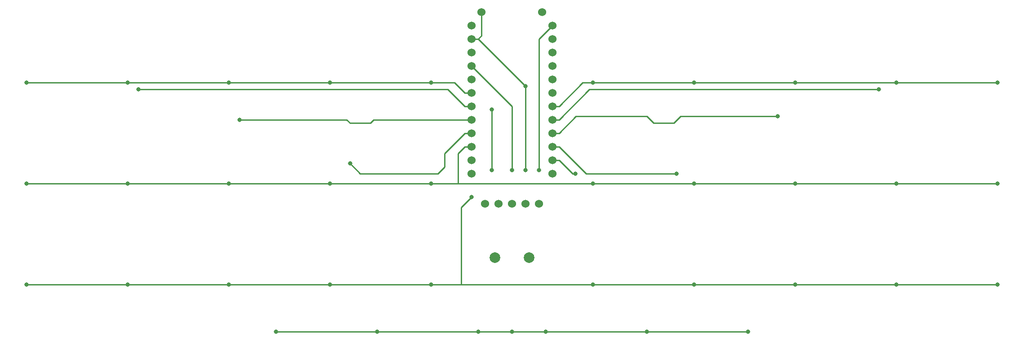
<source format=gbr>
%TF.GenerationSoftware,KiCad,Pcbnew,7.0.7*%
%TF.CreationDate,2023-08-21T18:25:40+02:00*%
%TF.ProjectId,lancer-hotswap,6c616e63-6572-42d6-986f-74737761702e,rev?*%
%TF.SameCoordinates,Original*%
%TF.FileFunction,Copper,L1,Top*%
%TF.FilePolarity,Positive*%
%FSLAX46Y46*%
G04 Gerber Fmt 4.6, Leading zero omitted, Abs format (unit mm)*
G04 Created by KiCad (PCBNEW 7.0.7) date 2023-08-21 18:25:40*
%MOMM*%
%LPD*%
G01*
G04 APERTURE LIST*
%TA.AperFunction,ComponentPad*%
%ADD10C,1.524000*%
%TD*%
%TA.AperFunction,ComponentPad*%
%ADD11C,2.000000*%
%TD*%
%TA.AperFunction,ViaPad*%
%ADD12C,0.800000*%
%TD*%
%TA.AperFunction,Conductor*%
%ADD13C,0.250000*%
%TD*%
G04 APERTURE END LIST*
D10*
%TO.P,O1,1,MOSI*%
%TO.N,/SDA*%
X120650000Y-58420000D03*
%TO.P,O1,2,SCK*%
%TO.N,/SCL*%
X123190000Y-58420000D03*
%TO.P,O1,3,VCC*%
%TO.N,/VCC*%
X125730000Y-58420000D03*
%TO.P,O1,4,GND*%
%TO.N,/GND*%
X128270000Y-58420000D03*
%TO.P,O1,5,CS*%
%TO.N,/CS*%
X130810000Y-58420000D03*
%TD*%
%TO.P,H11,1,1*%
%TO.N,/GND*%
X120015000Y-22225000D03*
%TD*%
%TO.P,U1,1,D3/TX0/1*%
%TO.N,/CS*%
X133350000Y-24765000D03*
%TO.P,U1,2,D2/RX1/0*%
%TO.N,/C9*%
X133350000Y-27305000D03*
%TO.P,U1,3,GND*%
%TO.N,/GND*%
X133350000Y-29845000D03*
%TO.P,U1,4,GND*%
X133350000Y-32385000D03*
%TO.P,U1,5,D1/SDA/2*%
%TO.N,/SDA*%
X133350000Y-34925000D03*
%TO.P,U1,6,D0/SCL/3*%
%TO.N,/SCL*%
X133350000Y-37465000D03*
%TO.P,U1,7,D4/4*%
%TO.N,/R1*%
X133350000Y-40005000D03*
%TO.P,U1,8,C6/5*%
%TO.N,/C8*%
X133350000Y-42545000D03*
%TO.P,U1,9,D7/6*%
%TO.N,/C7*%
X133350000Y-45085000D03*
%TO.P,U1,10,E6/7*%
%TO.N,/C6*%
X133350000Y-47625000D03*
%TO.P,U1,11,B4/8*%
%TO.N,/C5*%
X133350000Y-50165000D03*
%TO.P,U1,12,B5/9*%
%TO.N,/R4*%
X133350000Y-52705000D03*
%TO.P,U1,13,10/B6*%
%TO.N,/R3*%
X118110000Y-52705000D03*
%TO.P,U1,14,16/MOSI/B2*%
%TO.N,/C4*%
X118110000Y-50165000D03*
%TO.P,U1,15,14/MISO/B3*%
%TO.N,/R2*%
X118110000Y-47625000D03*
%TO.P,U1,16,15/SCLK/B1*%
%TO.N,/C3*%
X118110000Y-45085000D03*
%TO.P,U1,17,A0/F7*%
%TO.N,/C2*%
X118110000Y-42545000D03*
%TO.P,U1,18,A1/F6*%
%TO.N,/C1*%
X118110000Y-40005000D03*
%TO.P,U1,19,A2/F5*%
%TO.N,/R0*%
X118110000Y-37465000D03*
%TO.P,U1,20,A3/F4*%
%TO.N,/C0*%
X118110000Y-34925000D03*
%TO.P,U1,21,VCC*%
%TO.N,/VCC*%
X118110000Y-32385000D03*
%TO.P,U1,22,RST*%
%TO.N,/RST*%
X118110000Y-29845000D03*
%TO.P,U1,23,GND*%
%TO.N,/GND*%
X118110000Y-27305000D03*
%TO.P,U1,24,RAW*%
%TO.N,/RAW*%
X118110000Y-24765000D03*
%TD*%
D11*
%TO.P,SW38,1,1*%
%TO.N,/RST*%
X122480000Y-68580000D03*
%TO.P,SW38,2,2*%
%TO.N,/GND*%
X128980000Y-68580000D03*
%TD*%
D10*
%TO.P,H12,1,1*%
%TO.N,/BAT+*%
X131445000Y-22225000D03*
%TD*%
D12*
%TO.N,/RST*%
X121920000Y-40640000D03*
X121920000Y-52070000D03*
%TO.N,/GND*%
X128270000Y-36195000D03*
X128270000Y-52070000D03*
%TO.N,/CS*%
X130810000Y-52070000D03*
%TO.N,/VCC*%
X125730000Y-52070000D03*
%TO.N,/R0*%
X72390000Y-35560000D03*
X34290000Y-35560000D03*
X53340000Y-35560000D03*
X110490000Y-35560000D03*
X91440000Y-35560000D03*
%TO.N,/R1*%
X217170000Y-35560000D03*
X179070000Y-35560000D03*
X160020000Y-35560000D03*
X140970000Y-35560000D03*
X198120000Y-35560000D03*
%TO.N,/R2*%
X160020000Y-54610000D03*
X110490000Y-54610000D03*
X53340000Y-54610000D03*
X140970000Y-54610000D03*
X198120000Y-54610000D03*
X91440000Y-54610000D03*
X179070000Y-54610000D03*
X34290000Y-54610000D03*
X72390000Y-54610000D03*
X217170000Y-54610000D03*
%TO.N,/R3*%
X160020000Y-73660000D03*
X198120000Y-73660000D03*
X34290000Y-73660000D03*
X72390000Y-73660000D03*
X179070000Y-73660000D03*
X118110000Y-57150000D03*
X53340000Y-73660000D03*
X110490000Y-73660000D03*
X217170000Y-73660000D03*
X91440000Y-73660000D03*
X140970000Y-73660000D03*
%TO.N,/R4*%
X151130000Y-82550000D03*
X125730000Y-82550000D03*
X132080000Y-82550000D03*
X81280000Y-82550000D03*
X100330000Y-82550000D03*
X119380000Y-82550000D03*
X170180000Y-82550000D03*
%TO.N,/C1*%
X55372000Y-36830000D03*
%TO.N,/C2*%
X74422000Y-42545000D03*
%TO.N,/C3*%
X95250000Y-50800000D03*
%TO.N,/C5*%
X137695000Y-52705000D03*
%TO.N,/C6*%
X156745000Y-52705000D03*
%TO.N,/C7*%
X175795000Y-41910000D03*
%TO.N,/C8*%
X194845000Y-36830000D03*
%TD*%
D13*
%TO.N,/RST*%
X121920000Y-52070000D02*
X121920000Y-40640000D01*
%TO.N,/GND*%
X118110000Y-27305000D02*
X119380000Y-27305000D01*
X119380000Y-27305000D02*
X120015000Y-26670000D01*
X120015000Y-26670000D02*
X120015000Y-22225000D01*
X128270000Y-36195000D02*
X119380000Y-27305000D01*
X128270000Y-36195000D02*
X128270000Y-52070000D01*
%TO.N,/CS*%
X130810000Y-27305000D02*
X133350000Y-24765000D01*
X130810000Y-52070000D02*
X130810000Y-27305000D01*
%TO.N,/VCC*%
X125730000Y-40005000D02*
X118110000Y-32385000D01*
X125730000Y-52070000D02*
X125730000Y-40005000D01*
%TO.N,/R0*%
X114935000Y-35560000D02*
X110490000Y-35560000D01*
X118110000Y-37465000D02*
X116840000Y-37465000D01*
X34290000Y-35560000D02*
X110490000Y-35560000D01*
X116840000Y-37465000D02*
X114935000Y-35560000D01*
%TO.N,/R1*%
X133350000Y-40005000D02*
X134620000Y-40005000D01*
X140970000Y-35560000D02*
X139065000Y-35560000D01*
X140970000Y-35560000D02*
X217170000Y-35560000D01*
X139065000Y-35560000D02*
X134620000Y-40005000D01*
%TO.N,/R2*%
X116840000Y-47625000D02*
X115570000Y-48895000D01*
X115570000Y-54610000D02*
X114300000Y-54610000D01*
X140970000Y-54610000D02*
X115570000Y-54610000D01*
X115570000Y-48895000D02*
X115570000Y-54610000D01*
X118110000Y-47625000D02*
X116840000Y-47625000D01*
X114300000Y-54610000D02*
X110490000Y-54610000D01*
X34290000Y-54610000D02*
X110490000Y-54610000D01*
X217170000Y-54610000D02*
X140970000Y-54610000D01*
%TO.N,/R3*%
X116205000Y-73660000D02*
X110490000Y-73660000D01*
X217170000Y-73660000D02*
X140970000Y-73660000D01*
X34290000Y-73660000D02*
X110490000Y-73660000D01*
X118110000Y-57150000D02*
X116205000Y-59055000D01*
X116205000Y-73660000D02*
X116205000Y-59055000D01*
X140970000Y-73660000D02*
X116205000Y-73660000D01*
%TO.N,/R4*%
X81280000Y-82550000D02*
X100330000Y-82550000D01*
X100330000Y-82550000D02*
X170180000Y-82550000D01*
%TO.N,/C1*%
X116840000Y-40005000D02*
X113665000Y-36830000D01*
X118110000Y-40005000D02*
X116840000Y-40005000D01*
X113665000Y-36830000D02*
X55372000Y-36830000D01*
%TO.N,/C2*%
X118110000Y-42545000D02*
X99695000Y-42545000D01*
X94615000Y-42545000D02*
X74422000Y-42545000D01*
X95250000Y-43180000D02*
X94615000Y-42545000D01*
X99695000Y-42545000D02*
X99060000Y-43180000D01*
X99060000Y-43180000D02*
X95250000Y-43180000D01*
%TO.N,/C3*%
X97155000Y-52705000D02*
X95250000Y-50800000D01*
X116840000Y-45085000D02*
X113030000Y-48895000D01*
X113030000Y-48895000D02*
X113030000Y-51435000D01*
X111760000Y-52705000D02*
X97155000Y-52705000D01*
X118110000Y-45085000D02*
X116840000Y-45085000D01*
X113030000Y-51435000D02*
X111760000Y-52705000D01*
%TO.N,/C5*%
X133350000Y-50165000D02*
X134620000Y-50165000D01*
X137160000Y-52705000D02*
X137695000Y-52705000D01*
X134620000Y-50165000D02*
X137160000Y-52705000D01*
%TO.N,/C6*%
X139700000Y-52705000D02*
X156745000Y-52705000D01*
X134620000Y-47625000D02*
X139700000Y-52705000D01*
X133350000Y-47625000D02*
X134620000Y-47625000D01*
%TO.N,/C7*%
X157480000Y-41910000D02*
X175795000Y-41910000D01*
X152400000Y-43180000D02*
X156210000Y-43180000D01*
X151130000Y-41910000D02*
X152400000Y-43180000D01*
X134620000Y-45085000D02*
X137795000Y-41910000D01*
X156210000Y-43180000D02*
X157480000Y-41910000D01*
X133350000Y-45085000D02*
X134620000Y-45085000D01*
X137795000Y-41910000D02*
X151130000Y-41910000D01*
%TO.N,/C8*%
X133350000Y-42545000D02*
X134620000Y-42545000D01*
X134620000Y-42545000D02*
X140335000Y-36830000D01*
X140335000Y-36830000D02*
X194845000Y-36830000D01*
%TD*%
M02*

</source>
